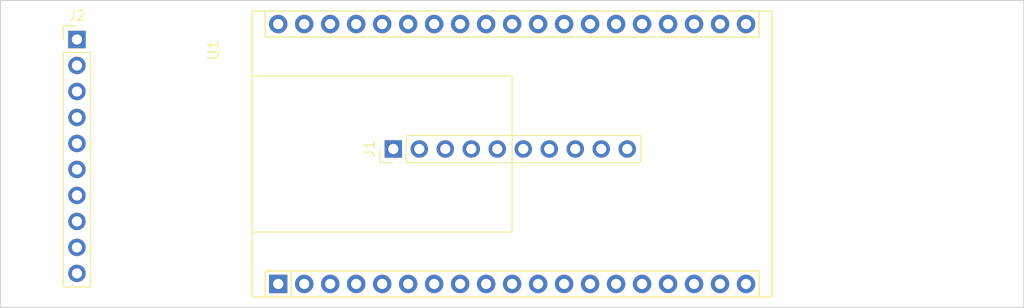
<source format=kicad_pcb>
(kicad_pcb (version 20201002) (generator pcbnew)

  (general
    (thickness 1.6)
  )

  (paper "A4")
  (layers
    (0 "F.Cu" signal)
    (31 "B.Cu" signal)
    (32 "B.Adhes" user "B.Adhesive")
    (33 "F.Adhes" user "F.Adhesive")
    (34 "B.Paste" user)
    (35 "F.Paste" user)
    (36 "B.SilkS" user "B.Silkscreen")
    (37 "F.SilkS" user "F.Silkscreen")
    (38 "B.Mask" user)
    (39 "F.Mask" user)
    (40 "Dwgs.User" user "User.Drawings")
    (41 "Cmts.User" user "User.Comments")
    (42 "Eco1.User" user "User.Eco1")
    (43 "Eco2.User" user "User.Eco2")
    (44 "Edge.Cuts" user)
    (45 "Margin" user)
    (46 "B.CrtYd" user "B.Courtyard")
    (47 "F.CrtYd" user "F.Courtyard")
    (48 "B.Fab" user)
    (49 "F.Fab" user)
    (50 "User.1" user)
    (51 "User.2" user)
    (52 "User.3" user)
    (53 "User.4" user)
    (54 "User.5" user)
    (55 "User.6" user)
    (56 "User.7" user)
    (57 "User.8" user)
    (58 "User.9" user)
  )

  (setup
    (pcbplotparams
      (layerselection 0x00010fc_ffffffff)
      (disableapertmacros false)
      (usegerberextensions false)
      (usegerberattributes true)
      (usegerberadvancedattributes true)
      (creategerberjobfile true)
      (svguseinch false)
      (svgprecision 6)
      (excludeedgelayer true)
      (plotframeref false)
      (viasonmask false)
      (mode 1)
      (useauxorigin false)
      (hpglpennumber 1)
      (hpglpenspeed 20)
      (hpglpendiameter 15.000000)
      (psnegative false)
      (psa4output false)
      (plotreference true)
      (plotvalue true)
      (plotinvisibletext false)
      (sketchpadsonfab false)
      (subtractmaskfromsilk false)
      (outputformat 1)
      (mirror false)
      (drillshape 1)
      (scaleselection 1)
      (outputdirectory "")
    )
  )


  (net 0 "")
  (net 1 "Net-(J1-Pad10)")
  (net 2 "Net-(J1-Pad9)")
  (net 3 "Net-(J1-Pad8)")
  (net 4 "Net-(J1-Pad7)")
  (net 5 "Net-(J1-Pad6)")
  (net 6 "Net-(J1-Pad5)")
  (net 7 "Net-(J1-Pad4)")
  (net 8 "Net-(J1-Pad3)")
  (net 9 "Net-(J1-Pad2)")
  (net 10 "Net-(J1-Pad1)")
  (net 11 "Net-(J2-Pad10)")
  (net 12 "Net-(J2-Pad9)")
  (net 13 "Net-(J2-Pad8)")
  (net 14 "Net-(J2-Pad7)")
  (net 15 "Net-(J2-Pad6)")
  (net 16 "Net-(J2-Pad5)")
  (net 17 "Net-(J2-Pad4)")
  (net 18 "Net-(J2-Pad3)")
  (net 19 "Net-(J2-Pad2)")
  (net 20 "Net-(J2-Pad1)")
  (net 21 "Net-(U1-Pad38)")
  (net 22 "Net-(U1-Pad37)")
  (net 23 "Net-(U1-Pad36)")
  (net 24 "Net-(U1-Pad35)")
  (net 25 "Net-(U1-Pad34)")
  (net 26 "Net-(U1-Pad33)")
  (net 27 "Net-(U1-Pad32)")
  (net 28 "Net-(U1-Pad31)")
  (net 29 "Net-(U1-Pad30)")
  (net 30 "Net-(U1-Pad29)")
  (net 31 "Net-(U1-Pad28)")
  (net 32 "Net-(U1-Pad27)")
  (net 33 "Net-(U1-Pad26)")
  (net 34 "Net-(U1-Pad25)")
  (net 35 "Net-(U1-Pad24)")
  (net 36 "Net-(U1-Pad23)")
  (net 37 "Net-(U1-Pad22)")
  (net 38 "Net-(U1-Pad21)")
  (net 39 "Net-(U1-Pad20)")
  (net 40 "Net-(U1-Pad19)")
  (net 41 "Net-(U1-Pad18)")
  (net 42 "Net-(U1-Pad17)")
  (net 43 "Net-(U1-Pad16)")
  (net 44 "Net-(U1-Pad15)")
  (net 45 "Net-(U1-Pad14)")
  (net 46 "Net-(U1-Pad13)")
  (net 47 "Net-(U1-Pad12)")
  (net 48 "Net-(U1-Pad11)")
  (net 49 "Net-(U1-Pad10)")
  (net 50 "Net-(U1-Pad9)")
  (net 51 "Net-(U1-Pad8)")
  (net 52 "Net-(U1-Pad7)")
  (net 53 "Net-(U1-Pad6)")
  (net 54 "Net-(U1-Pad5)")
  (net 55 "Net-(U1-Pad4)")
  (net 56 "Net-(U1-Pad3)")
  (net 57 "Net-(U1-Pad2)")
  (net 58 "Net-(U1-Pad1)")

  (module "Connector_PinHeader_2.54mm:PinHeader_1x10_P2.54mm_Vertical" (layer "F.Cu") (tedit 59FED5CC) (tstamp 11065712-0219-4c19-a0ee-d053ee07bc6a)
    (at 107.47 53.81)
    (descr "Through hole straight pin header, 1x10, 2.54mm pitch, single row")
    (tags "Through hole pin header THT 1x10 2.54mm single row")
    (property "Sheet file" "/Users/ifbe/Desktop/code/ifbe/00/balance/pcb/esp32/esp32.kicad_sch")
    (property "Sheet name" "")
    (path "/4264ba5f-12a7-4bed-b9ea-1dfc4ad2a5da")
    (attr through_hole)
    (fp_text reference "J2" (at 0 -2.33) (layer "F.SilkS")
      (effects (font (size 1 1) (thickness 0.15)))
      (tstamp cb2eb887-7d31-4a72-83c7-88faa216858f)
    )
    (fp_text value "Conn_01x10_Male" (at 0 25.19) (layer "F.Fab")
      (effects (font (size 1 1) (thickness 0.15)))
      (tstamp 704f57fe-8caa-46f0-8a6e-42dcbb10d175)
    )
    (fp_text user "${REFERENCE}" (at 0 11.43 90) (layer "F.Fab")
      (effects (font (size 1 1) (thickness 0.15)))
      (tstamp fc66b76c-9b92-47fd-a1d0-623ee7319a88)
    )
    (fp_line (start -1.33 1.27) (end 1.33 1.27) (layer "F.SilkS") (width 0.12) (tstamp 1a1d574c-f242-449c-86ab-bba83769cb7f))
    (fp_line (start -1.33 24.19) (end 1.33 24.19) (layer "F.SilkS") (width 0.12) (tstamp 371d9a2c-e9af-49ad-8ea0-9a05d90ab4e1))
    (fp_line (start -1.33 1.27) (end -1.33 24.19) (layer "F.SilkS") (width 0.12) (tstamp 65977295-457a-449e-bc6d-93e51fb59657))
    (fp_line (start -1.33 -1.33) (end 0 -1.33) (layer "F.SilkS") (width 0.12) (tstamp 694a96df-a40e-4f7a-8f44-805b8756be5e))
    (fp_line (start 1.33 1.27) (end 1.33 24.19) (layer "F.SilkS") (width 0.12) (tstamp cb4a1cf0-acf3-49a9-b067-9f73ad01f362))
    (fp_line (start -1.33 0) (end -1.33 -1.33) (layer "F.SilkS") (width 0.12) (tstamp d342fc9a-ca60-4200-b7f9-0a667249c736))
    (fp_line (start 1.8 24.65) (end 1.8 -1.8) (layer "F.CrtYd") (width 0.05) (tstamp 3a99b98d-91c3-419f-a24d-98f66998d867))
    (fp_line (start 1.8 -1.8) (end -1.8 -1.8) (layer "F.CrtYd") (width 0.05) (tstamp 6a79cb0a-2776-44d9-bb40-d640fa9b02ed))
    (fp_line (start -1.8 -1.8) (end -1.8 24.65) (layer "F.CrtYd") (width 0.05) (tstamp 6fc11594-e5ca-4219-b262-b693b80d0bd6))
    (fp_line (start -1.8 24.65) (end 1.8 24.65) (layer "F.CrtYd") (width 0.05) (tstamp 89663110-f4be-4ab2-ae5a-df5efb4708e4))
    (fp_line (start -1.27 24.13) (end -1.27 -0.635) (layer "F.Fab") (width 0.1) (tstamp 090f02d5-c330-4d5e-ab68-b5dcf0b799b4))
    (fp_line (start 1.27 24.13) (end -1.27 24.13) (layer "F.Fab") (width 0.1) (tstamp 108bcb35-77aa-4614-a81a-f302517b1779))
    (fp_line (start -0.635 -1.27) (end 1.27 -1.27) (layer "F.Fab") (width 0.1) (tstamp 33e45c34-39dc-4e32-95c1-189e76907083))
    (fp_line (start 1.27 -1.27) (end 1.27 24.13) (layer "F.Fab") (width 0.1) (tstamp 62b5bcad-4dbc-4e0e-a12f-c69d46937ab4))
    (fp_line (start -1.27 -0.635) (end -0.635 -1.27) (layer "F.Fab") (width 0.1) (tstamp 961e5466-3b9e-412d-919b-6d5ebacee9d2))
    (pad "1" thru_hole rect (at 0 0) (size 1.7 1.7) (drill 1) (layers *.Cu *.Mask)
      (net 20 "Net-(J2-Pad1)") (pinfunction "Pin_1") (tstamp b52f6e29-74b1-42a8-b52a-8b97df21b5e8))
    (pad "2" thru_hole oval (at 0 2.54) (size 1.7 1.7) (drill 1) (layers *.Cu *.Mask)
      (net 19 "Net-(J2-Pad2)") (pinfunction "Pin_2") (tstamp c248cb48-8388-4a70-94ef-18215c85c743))
    (pad "3" thru_hole oval (at 0 5.08) (size 1.7 1.7) (drill 1) (layers *.Cu *.Mask)
      (net 18 "Net-(J2-Pad3)") (pinfunction "Pin_3") (tstamp eb7da67a-d78d-4f15-8492-47acdd51d005))
    (pad "4" thru_hole oval (at 0 7.62) (size 1.7 1.7) (drill 1) (layers *.Cu *.Mask)
      (net 17 "Net-(J2-Pad4)") (pinfunction "Pin_4") (tstamp 1f8096e4-2d45-42bc-85fd-50a1eaa89cd4))
    (pad "5" thru_hole oval (at 0 10.16) (size 1.7 1.7) (drill 1) (layers *.Cu *.Mask)
      (net 16 "Net-(J2-Pad5)") (pinfunction "Pin_5") (tstamp 8487b8b5-c54f-472e-b278-7132cea3c4c3))
    (pad "6" thru_hole oval (at 0 12.7) (size 1.7 1.7) (drill 1) (layers *.Cu *.Mask)
      (net 15 "Net-(J2-Pad6)") (pinfunction "Pin_6") (tstamp 1e50cdac-cc08-4335-a730-dd7edf6ff462))
    (pad "7" thru_hole oval (at 0 15.24) (size 1.7 1.7) (drill 1) (layers *.Cu *.Mask)
      (net 14 "Net-(J2-Pad7)") (pinfunction "Pin_7") (tstamp 1022e420-536e-4290-b08c-67cdb0c82f02))
    (pad "8" thru_hole oval (at 0 17.78) (size 1.7 1.7) (drill 1) (layers *.Cu *.Mask)
      (net 13 "Net-(J2-Pad8)") (pinfunction "Pin_8") (tstamp da419a9e-b4ec-4527-a51c-761d9acd0cca))
    (pad "9" thru_hole oval (at 0 20.32) (size 1.7 1.7) (drill 1) (layers *.Cu *.Mask)
      (net 12 "Net-(J2-Pad9)") (pinfunction "Pin_9") (tstamp 77faf985-f535-4b18-b7d2-346ed071b16d))
    (pad "10" thru_hole oval (at 0 22.86) (size 1.7 1.7) (drill 1) (layers *.Cu *.Mask)
      (net 11 "Net-(J2-Pad10)") (pinfunction "Pin_10") (tstamp c4954b13-74fb-4120-a245-7b1de301b00e))
    (model "${KISYS3DMOD}/Connector_PinHeader_2.54mm.3dshapes/PinHeader_1x10_P2.54mm_Vertical.wrl"
      (offset (xyz 0 0 0))
      (scale (xyz 1 1 1))
      (rotate (xyz 0 0 0))
    )
  )

  (module "Connector_PinHeader_2.54mm:PinHeader_1x10_P2.54mm_Vertical" (layer "F.Cu") (tedit 59FED5CC) (tstamp 3df3f738-3d8b-4be2-bbe0-bf1b7411dda0)
    (at 138.39 64.51 90)
    (descr "Through hole straight pin header, 1x10, 2.54mm pitch, single row")
    (tags "Through hole pin header THT 1x10 2.54mm single row")
    (property "Sheet file" "/Users/ifbe/Desktop/code/ifbe/00/balance/pcb/esp32/esp32.kicad_sch")
    (property "Sheet name" "")
    (path "/ea9d1a73-9cbe-4214-b621-565aab468fb0")
    (attr through_hole)
    (fp_text reference "J1" (at 0 -2.33 90) (layer "F.SilkS")
      (effects (font (size 1 1) (thickness 0.15)))
      (tstamp 0845fb86-6264-45bb-85a0-5136ba74a130)
    )
    (fp_text value "Conn_01x10_Male" (at 0 25.19 90) (layer "F.Fab")
      (effects (font (size 1 1) (thickness 0.15)))
      (tstamp be717cbf-7885-4b34-b7ef-4b10ab9a2120)
    )
    (fp_text user "${REFERENCE}" (at 0 11.43) (layer "F.Fab")
      (effects (font (size 1 1) (thickness 0.15)))
      (tstamp e71d8b56-ed9f-43dc-ab0c-9b7704e46774)
    )
    (fp_line (start -1.33 -1.33) (end 0 -1.33) (layer "F.SilkS") (width 0.12) (tstamp 08ded09b-1c33-415c-8300-a289f21d51aa))
    (fp_line (start -1.33 0) (end -1.33 -1.33) (layer "F.SilkS") (width 0.12) (tstamp 1cea785d-5e7c-48db-9745-b4d92784a944))
    (fp_line (start -1.33 1.27) (end 1.33 1.27) (layer "F.SilkS") (width 0.12) (tstamp 742bfbc5-62dd-4e60-a212-586a61df701f))
    (fp_line (start -1.33 1.27) (end -1.33 24.19) (layer "F.SilkS") (width 0.12) (tstamp 7627a83c-9036-48e5-badf-0418c50c5a11))
    (fp_line (start -1.33 24.19) (end 1.33 24.19) (layer "F.SilkS") (width 0.12) (tstamp 7aebd17e-07c4-4ae0-8dbc-ee23de3bb1ca))
    (fp_line (start 1.33 1.27) (end 1.33 24.19) (layer "F.SilkS") (width 0.12) (tstamp 8203e21e-54ed-45e0-8185-df5ea5a8ba36))
    (fp_line (start 1.8 -1.8) (end -1.8 -1.8) (layer "F.CrtYd") (width 0.05) (tstamp 485c75fa-142f-487b-bf5e-f475596b4400))
    (fp_line (start 1.8 24.65) (end 1.8 -1.8) (layer "F.CrtYd") (width 0.05) (tstamp 8acbac14-6b6b-4ba2-919a-36605124e7c7))
    (fp_line (start -1.8 24.65) (end 1.8 24.65) (layer "F.CrtYd") (width 0.05) (tstamp 8e7d7ac6-359e-4ae5-9e79-9ae7c139da87))
    (fp_line (start -1.8 -1.8) (end -1.8 24.65) (layer "F.CrtYd") (width 0.05) (tstamp aaa22cf4-9faf-42a4-950e-3fb91eafbee6))
    (fp_line (start 1.27 -1.27) (end 1.27 24.13) (layer "F.Fab") (width 0.1) (tstamp 4b0d6ced-71cd-40bb-aa87-657f7f0197b6))
    (fp_line (start -1.27 24.13) (end -1.27 -0.635) (layer "F.Fab") (width 0.1) (tstamp 72366a2b-bc87-414f-a9bc-0cf8eef612a6))
    (fp_line (start -1.27 -0.635) (end -0.635 -1.27) (layer "F.Fab") (width 0.1) (tstamp b99b5b5d-b41d-48d8-9ba1-f3925ac206ff))
    (fp_line (start 1.27 24.13) (end -1.27 24.13) (layer "F.Fab") (width 0.1) (tstamp ec034497-f47e-44a8-b589-21adacd64bab))
    (fp_line (start -0.635 -1.27) (end 1.27 -1.27) (layer "F.Fab") (width 0.1) (tstamp f445d2e7-1752-44c0-b552-5a220f3f0830))
    (pad "1" thru_hole rect (at 0 0 90) (size 1.7 1.7) (drill 1) (layers *.Cu *.Mask)
      (net 10 "Net-(J1-Pad1)") (pinfunction "Pin_1") (tstamp 26f43c00-925e-40f6-83b1-4cbfd68f9b0a))
    (pad "2" thru_hole oval (at 0 2.54 90) (size 1.7 1.7) (drill 1) (layers *.Cu *.Mask)
      (net 9 "Net-(J1-Pad2)") (pinfunction "Pin_2") (tstamp 197723b3-17b8-4991-bd14-35da9a06ba1b))
    (pad "3" thru_hole oval (at 0 5.08 90) (size 1.7 1.7) (drill 1) (layers *.Cu *.Mask)
      (net 8 "Net-(J1-Pad3)") (pinfunction "Pin_3") (tstamp 32d4b115-d412-4a44-9887-4502384ccc86))
    (pad "4" thru_hole oval (at 0 7.62 90) (size 1.7 1.7) (drill 1) (layers *.Cu *.Mask)
      (net 7 "Net-(J1-Pad4)") (pinfunction "Pin_4") (tstamp 8b1551fc-07ba-4dce-a798-77b1e668e1b2))
    (pad "5" thru_hole oval (at 0 10.16 90) (size 1.7 1.7) (drill 1) (layers *.Cu *.Mask)
      (net 6 "Net-(J1-Pad5)") (pinfunction "Pin_5") (tstamp 2d3143c7-7e19-406d-81b8-7ef1643c7663))
    (pad "6" thru_hole oval (at 0 12.7 90) (size 1.7 1.7) (drill 1) (layers *.Cu *.Mask)
      (net 5 "Net-(J1-Pad6)") (pinfunction "Pin_6") (tstamp 523f37d1-2c91-44a1-a179-0a4cf9499561))
    (pad "7" thru_hole oval (at 0 15.24 90) (size 1.7 1.7) (drill 1) (layers *.Cu *.Mask)
      (net 4 "Net-(J1-Pad7)") (pinfunction "Pin_7") (tstamp 77cd0acc-a664-4a67-85c5-f9ffc2ea67bf))
    (pad "8" thru_hole oval (at 0 17.78 90) (size 1.7 1.7) (drill 1) (layers *.Cu *.Mask)
      (net 3 "Net-(J1-Pad8)") (pinfunction "Pin_8") (tstamp 53f53237-3344-4bc4-9154-7103f9d87903))
    (pad "9" thru_hole oval (at 0 20.32 90) (size 1.7 1.7) (drill 1) (layers *.Cu *.Mask)
      (net 2 "Net-(J1-Pad9)") (pinfunction "Pin_9") (tstamp f2a27759-c73d-440d-b41e-87eef2b5a786))
    (pad "10" thru_hole oval (at 0 22.86 90) (size 1.7 1.7) (drill 1) (layers *.Cu *.Mask)
      (net 1 "Net-(J1-Pad10)") (pinfunction "Pin_10") (tstamp 6b6ce78f-4332-4e9b-b3d3-eae669ad686c))
    (model "${KISYS3DMOD}/Connector_PinHeader_2.54mm.3dshapes/PinHeader_1x10_P2.54mm_Vertical.wrl"
      (offset (xyz 0 0 0))
      (scale (xyz 1 1 1))
      (rotate (xyz 0 0 0))
    )
  )

  (module "esp32:esp32" (layer "F.Cu") (tedit 5FBA83BE) (tstamp dc1ef911-780e-4b9a-af96-fe0784b2a8b1)
    (at 150 65 90)
    (property "Sheet file" "/Users/ifbe/Desktop/code/ifbe/00/balance/pcb/esp32/esp32.kicad_sch")
    (property "Sheet name" "")
    (path "/7e8e1615-5e4b-4d77-a706-9692524d14b7")
    (attr through_hole)
    (fp_text reference "U1" (at 10.16 -29.21 90) (layer "F.SilkS")
      (effects (font (size 1 1) (thickness 0.15)))
      (tstamp 54c31adc-1210-48c9-a3e3-1a7a0afa645f)
    )
    (fp_text value "esp32" (at -6.35 -29.21 90) (layer "F.Fab") hide
      (effects (font (size 1 1) (thickness 0.15)))
      (tstamp 365cd7c1-8e16-435e-89ab-dfeb8047e430)
    )
    (fp_line (start 13.97 -25.4) (end 13.97 25.4) (layer "F.SilkS") (width 0.15) (tstamp 3c7013c9-bb34-4595-b9b6-73ae1269ce7e))
    (fp_line (start 13.97 24.13) (end 11.43 24.13) (layer "F.SilkS") (width 0.15) (tstamp 43797ae9-e001-437e-a297-f76d47011fa2))
    (fp_line (start -13.97 -25.4) (end 13.97 -25.4) (layer "F.SilkS") (width 0.15) (tstamp 7f4f3d4a-8cf1-4ceb-a8af-65c11021e174))
    (fp_line (start -13.97 25.4) (end -13.97 -25.4) (layer "F.SilkS") (width 0.15) (tstamp 874925dc-d124-476e-b0bc-1a9a7127bd7b))
    (fp_line (start -11.43 -24.13) (end -11.43 24.13) (layer "F.SilkS") (width 0.15) (tstamp 937f6b22-789a-4bf3-b7c3-15fefc8b8b6c))
    (fp_line (start -13.97 -24.13) (end -11.43 -24.13) (layer "F.SilkS") (width 0.15) (tstamp 956d8104-a9d2-465d-bde5-04e76f7cfb5b))
    (fp_line (start 11.43 -24.13) (end 13.97 -24.13) (layer "F.SilkS") (width 0.15) (tstamp a44bcc52-6d29-4759-99d9-0b2fb4df28eb))
    (fp_line (start 11.43 24.13) (end 11.43 -24.13) (layer "F.SilkS") (width 0.15) (tstamp c7718ed4-3dc1-4442-97d5-cb3d2131a31e))
    (fp_line (start 13.97 25.4) (end -13.97 25.4) (layer "F.SilkS") (width 0.15) (tstamp c77ea9a5-2481-47be-bcd4-e02728214d06))
    (fp_line (start -11.43 -21.59) (end -13.97 -21.59) (layer "F.SilkS") (width 0.15) (tstamp db19fdbd-42aa-4e6b-b645-70d6a6a9a562))
    (fp_line (start 13.97 21.59) (end 13.97 22.86) (layer "F.SilkS") (width 0.15) (tstamp ebbff226-2a43-4ad2-85e4-a00a872015e2))
    (fp_line (start -11.43 24.13) (end -13.97 24.13) (layer "F.SilkS") (width 0.15) (tstamp f38dc803-e4f5-491a-9b05-29793e4a35f2))
    (fp_rect (start -7.62 0) (end 7.62 -25.4) (layer "F.SilkS") (width 0.12) (tstamp 4cb45631-ecff-45c9-951a-ae4725b7ae39))
    (pad "1" thru_hole rect (at -12.7 -22.86 90) (size 1.8 1.8) (drill 1) (layers *.Cu *.Mask)
      (net 58 "Net-(U1-Pad1)") (pinfunction "3v3") (tstamp 882ddcfd-4220-4838-9617-0439645b71d3))
    (pad "2" thru_hole circle (at -12.7 -20.32 90) (size 1.8 1.8) (drill 1) (layers *.Cu *.Mask)
      (net 57 "Net-(U1-Pad2)") (pinfunction "en") (tstamp bfb3e47b-db65-4767-b484-58b2925f7335))
    (pad "3" thru_hole circle (at -12.7 -17.78 90) (size 1.8 1.8) (drill 1) (layers *.Cu *.Mask)
      (net 56 "Net-(U1-Pad3)") (pinfunction "sp") (tstamp aff4a9ac-8f5d-4e52-8ab5-f6c836d45ee6))
    (pad "4" thru_hole circle (at -12.7 -15.24 90) (size 1.8 1.8) (drill 1) (layers *.Cu *.Mask)
      (net 55 "Net-(U1-Pad4)") (pinfunction "sn") (tstamp cbea96e7-5d15-420b-8724-1224719a082a))
    (pad "5" thru_hole circle (at -12.7 -12.7 90) (size 1.8 1.8) (drill 1) (layers *.Cu *.Mask)
      (net 54 "Net-(U1-Pad5)") (pinfunction "g34") (tstamp 99b945fc-cf68-4e79-977e-845685f18911))
    (pad "6" thru_hole circle (at -12.7 -10.16 90) (size 1.8 1.8) (drill 1) (layers *.Cu *.Mask)
      (net 53 "Net-(U1-Pad6)") (pinfunction "g35") (tstamp 0e8bcfc1-9da7-4441-8e5f-57111f4b967b))
    (pad "7" thru_hole circle (at -12.7 -7.62 90) (size 1.8 1.8) (drill 1) (layers *.Cu *.Mask)
      (net 52 "Net-(U1-Pad7)") (pinfunction "g32") (tstamp 2e81b4c4-8fcf-480e-97f4-0050e585092e))
    (pad "8" thru_hole circle (at -12.7 -5.08 90) (size 1.8 1.8) (drill 1) (layers *.Cu *.Mask)
      (net 51 "Net-(U1-Pad8)") (pinfunction "g33") (tstamp 075c2788-d740-4fc6-88d1-d66298dfaa12))
    (pad "9" thru_hole circle (at -12.7 -2.54 90) (size 1.8 1.8) (drill 1) (layers *.Cu *.Mask)
      (net 50 "Net-(U1-Pad9)") (pinfunction "g25") (tstamp ac0abcd2-c4cb-42a1-b020-edf8775ea1cb))
    (pad "10" thru_hole circle (at -12.7 0 90) (size 1.8 1.8) (drill 1) (layers *.Cu *.Mask)
      (net 49 "Net-(U1-Pad10)") (pinfunction "g26") (tstamp dfd08fd5-c636-409b-84d9-133702ad4031))
    (pad "11" thru_hole circle (at -12.7 2.54 90) (size 1.8 1.8) (drill 1) (layers *.Cu *.Mask)
      (net 48 "Net-(U1-Pad11)") (pinfunction "g27") (tstamp cd5af9ce-ab0e-4b77-8cc2-c216726f9342))
    (pad "12" thru_hole circle (at -12.7 5.08 90) (size 1.8 1.8) (drill 1) (layers *.Cu *.Mask)
      (net 47 "Net-(U1-Pad12)") (pinfunction "g14") (tstamp d7838ca2-076c-4f68-ab43-7b1a7d01611b))
    (pad "13" thru_hole circle (at -12.7 7.62 90) (size 1.8 1.8) (drill 1) (layers *.Cu *.Mask)
      (net 46 "Net-(U1-Pad13)") (pinfunction "g12") (tstamp ad48c01f-207e-4448-9cda-e620dc664b87))
    (pad "14" thru_hole circle (at -12.7 10.16 90) (size 1.8 1.8) (drill 1) (layers *.Cu *.Mask)
      (net 45 "Net-(U1-Pad14)") (pinfunction "gnd") (tstamp 0b445ce9-da4b-42a2-9343-23e6b54d2360))
    (pad "15" thru_hole circle (at -12.7 12.7 90) (size 1.8 1.8) (drill 1) (layers *.Cu *.Mask)
      (net 44 "Net-(U1-Pad15)") (pinfunction "g13") (tstamp 68a3478c-f318-4c9c-9220-fc3a41659e39))
    (pad "16" thru_hole circle (at -12.7 15.24 90) (size 1.8 1.8) (drill 1) (layers *.Cu *.Mask)
      (net 43 "Net-(U1-Pad16)") (pinfunction "sd2") (tstamp af18d1b5-3d21-4c2a-be04-306c92af15e9))
    (pad "17" thru_hole circle (at -12.7 17.78 90) (size 1.8 1.8) (drill 1) (layers *.Cu *.Mask)
      (net 42 "Net-(U1-Pad17)") (pinfunction "sd3") (tstamp 1f050755-7d2a-4ed4-9ef6-fe583678cc12))
    (pad "18" thru_hole circle (at -12.7 20.32 90) (size 1.8 1.8) (drill 1) (layers *.Cu *.Mask)
      (net 41 "Net-(U1-Pad18)") (pinfunction "cmd") (tstamp c123bc40-1982-41a1-b1c6-efb451c7508f))
    (pad "19" thru_hole circle (at -12.7 22.86 90) (size 1.8 1.8) (drill 1) (layers *.Cu *.Mask)
      (net 40 "Net-(U1-Pad19)") (pinfunction "5v") (tstamp f167f39d-8e5d-47e5-a0df-0cbc3ea8c53c))
    (pad "20" thru_hole circle (at 12.7 -22.86 90) (size 1.8 1.8) (drill 1) (layers *.Cu *.Mask)
      (net 39 "Net-(U1-Pad20)") (pinfunction "gnd") (tstamp e6e73cf2-a202-45cd-880b-45cd1ef09718))
    (pad "21" thru_hole circle (at 12.7 -20.32 90) (size 1.8 1.8) (drill 1) (layers *.Cu *.Mask)
      (net 38 "Net-(U1-Pad21)") (pinfunction "g23") (tstamp ec9167d1-7818-4796-84d6-f13d78f6a6b9))
    (pad "22" thru_hole circle (at 12.7 -17.78 90) (size 1.8 1.8) (drill 1) (layers *.Cu *.Mask)
      (net 37 "Net-(U1-Pad22)") (pinfunction "g22") (tstamp 2d8d07ee-3f1d-46fe-8ccc-69ba7745a82e))
    (pad "23" thru_hole circle (at 12.7 -15.24 90) (size 1.8 1.8) (drill 1) (layers *.Cu *.Mask)
      (net 36 "Net-(U1-Pad23)") (pinfunction "txd") (tstamp db984570-d624-4d9b-ba95-a7aad6545cf7))
    (pad "24" thru_hole circle (at 12.7 -12.7 90) (size 1.8 1.8) (drill 1) (layers *.Cu *.Mask)
      (net 35 "Net-(U1-Pad24)") (pinfunction "rxd") (tstamp 3dc3e02c-9066-4bbb-91cd-bc7449836819))
    (pad "25" thru_hole circle (at 12.7 -10.16 90) (size 1.8 1.8) (drill 1) (layers *.Cu *.Mask)
      (net 34 "Net-(U1-Pad25)") (pinfunction "g21") (tstamp 9e236edf-4c31-4e40-9e2c-bcfbf58195d8))
    (pad "26" thru_hole circle (at 12.7 -7.62 90) (size 1.8 1.8) (drill 1) (layers *.Cu *.Mask)
      (net 33 "Net-(U1-Pad26)") (pinfunction "gnd") (tstamp eb1a3076-084f-4165-8f8c-0667be8cea08))
    (pad "27" thru_hole circle (at 12.7 -5.08 90) (size 1.8 1.8) (drill 1) (layers *.Cu *.Mask)
      (net 32 "Net-(U1-Pad27)") (pinfunction "g19") (tstamp 11f0294d-5dd8-4b9c-9cf8-15ff5d1dd848))
    (pad "28" thru_hole circle (at 12.7 -2.54 90) (size 1.8 1.8) (drill 1) (layers *.Cu *.Mask)
      (net 31 "Net-(U1-Pad28)") (pinfunction "g18") (tstamp 00423f97-8f6a-4ccc-8f47-8797fe1cfac6))
    (pad "29" thru_hole circle (at 12.7 0 90) (size 1.8 1.8) (drill 1) (layers *.Cu *.Mask)
      (net 30 "Net-(U1-Pad29)") (pinfunction "g5") (tstamp 4a00e6d1-e445-4c2c-947f-8f388f4b8c1b))
    (pad "30" thru_hole circle (at 12.7 2.54 90) (size 1.8 1.8) (drill 1) (layers *.Cu *.Mask)
      (net 29 "Net-(U1-Pad30)") (pinfunction "g17") (tstamp 836c7292-58e7-4f28-985d-f9f7c818c73a))
    (pad "31" thru_hole circle (at 12.7 5.08 90) (size 1.8 1.8) (drill 1) (layers *.Cu *.Mask)
      (net 28 "Net-(U1-Pad31)") (pinfunction "g16") (tstamp f3b8b7b9-99a3-4473-8210-1cb6a970bffc))
    (pad "32" thru_hole circle (at 12.7 7.62 90) (size 1.8 1.8) (drill 1) (layers *.Cu *.Mask)
      (net 27 "Net-(U1-Pad32)") (pinfunction "g4") (tstamp 4d46cea4-7246-4f34-9c18-3550518cd401))
    (pad "33" thru_hole circle (at 12.7 10.16 90) (size 1.8 1.8) (drill 1) (layers *.Cu *.Mask)
      (net 26 "Net-(U1-Pad33)") (pinfunction "g0") (tstamp dd81a5a5-a4ce-4cd0-b4d5-32c71ca9c280))
    (pad "34" thru_hole circle (at 12.7 12.7 90) (size 1.8 1.8) (drill 1) (layers *.Cu *.Mask)
      (net 25 "Net-(U1-Pad34)") (pinfunction "g2") (tstamp f2da6ede-5f55-48e7-816c-5803f41dd0fa))
    (pad "35" thru_hole circle (at 12.7 15.24 90) (size 1.8 1.8) (drill 1) (layers *.Cu *.Mask)
      (net 24 "Net-(U1-Pad35)") (pinfunction "g15") (tstamp 262b54fc-c78e-40f5-90f4-a85871487249))
    (pad "36" thru_hole circle (at 12.7 17.78 90) (size 1.8 1.8) (drill 1) (layers *.Cu *.Mask)
      (net 23 "Net-(U1-Pad36)") (pinfunction "sd1") (tstamp 3582853d-35b7-492b-8652-e7851cd582c5))
    (pad "37" thru_hole circle (at 12.7 20.32 90) (size 1.8 1.8) (drill 1) (layers *.Cu *.Mask)
      (net 22 "Net-(U1-Pad37)") (pinfunction "sd0") (tstamp 619d4b03-2452-4d32-8abb-7f83d3eadc17))
    (pad "38" thru_hole circle (at 12.7 22.86 90) (size 1.8 1.8) (drill 1) (layers *.Cu *.Mask)
      (net 21 "Net-(U1-Pad38)") (pinfunction "clk") (tstamp a1c79f5c-35cf-40d2-a32f-505e53beb500))
  )

  (gr_line (start 100 80) (end 100 50) (layer "Edge.Cuts") (width 0.1) (tstamp 6bd358ec-6286-447b-98fa-0e4dc8f8c678))
  (gr_line (start 200 80) (end 100 80) (layer "Edge.Cuts") (width 0.1) (tstamp b70bce62-ce0e-41e2-80be-b0f01818c6c4))
  (gr_line (start 100 50) (end 200 50) (layer "Edge.Cuts") (width 0.1) (tstamp e1fcfa5a-2524-471a-b0eb-1a1489d0a203))
  (gr_line (start 200 80) (end 200 50) (layer "Edge.Cuts") (width 0.1) (tstamp e8cad8f9-6887-430e-b24b-1342c2ebe911))

)

</source>
